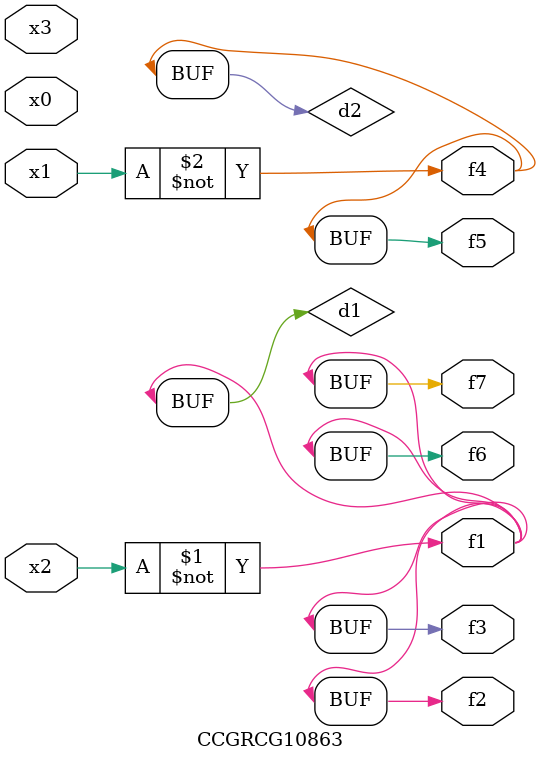
<source format=v>
module CCGRCG10863(
	input x0, x1, x2, x3,
	output f1, f2, f3, f4, f5, f6, f7
);

	wire d1, d2;

	xnor (d1, x2);
	not (d2, x1);
	assign f1 = d1;
	assign f2 = d1;
	assign f3 = d1;
	assign f4 = d2;
	assign f5 = d2;
	assign f6 = d1;
	assign f7 = d1;
endmodule

</source>
